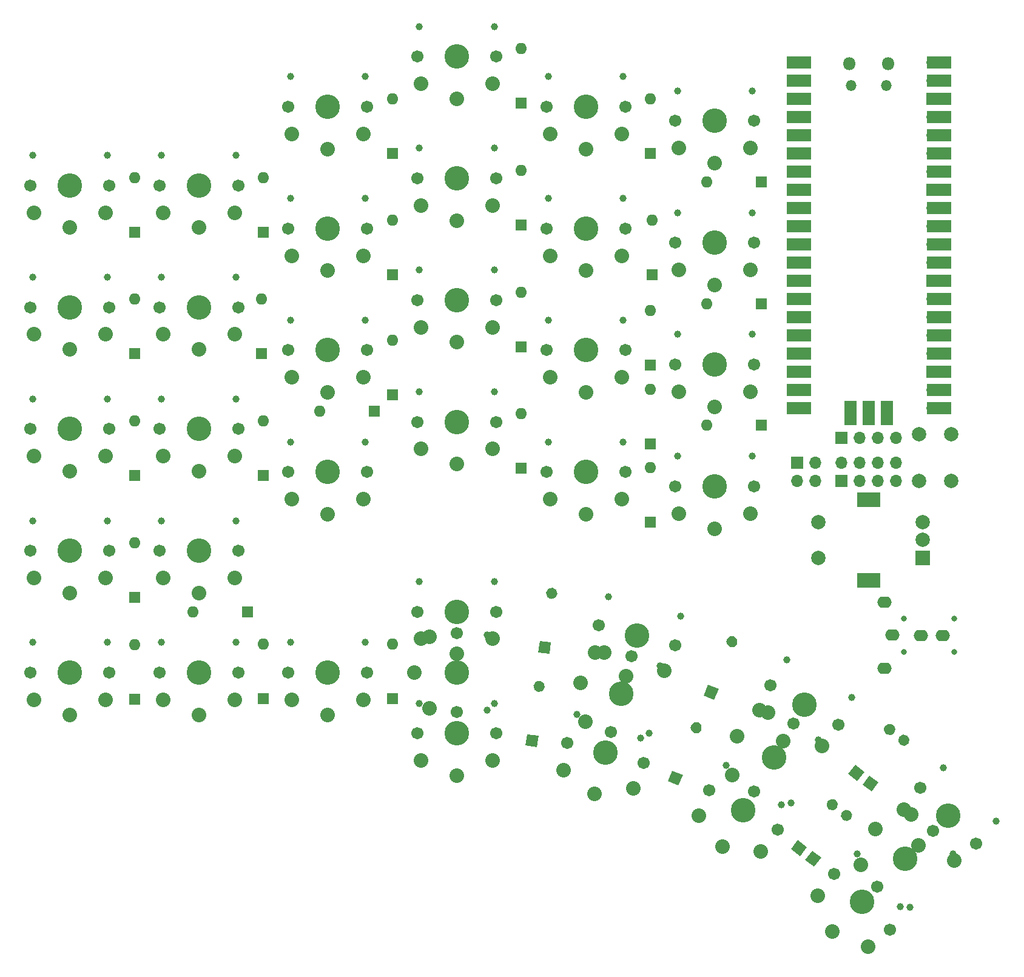
<source format=gts>
G04 #@! TF.GenerationSoftware,KiCad,Pcbnew,5.99.0+really5.1.10+dfsg1-1*
G04 #@! TF.CreationDate,2021-12-23T16:25:37+00:00*
G04 #@! TF.ProjectId,pinanochoc-keyboard,70696e61-6e6f-4636-9f63-2d6b6579626f,rev?*
G04 #@! TF.SameCoordinates,Original*
G04 #@! TF.FileFunction,Soldermask,Top*
G04 #@! TF.FilePolarity,Negative*
%FSLAX46Y46*%
G04 Gerber Fmt 4.6, Leading zero omitted, Abs format (unit mm)*
G04 Created by KiCad (PCBNEW 5.99.0+really5.1.10+dfsg1-1) date 2021-12-23 16:25:37*
%MOMM*%
%LPD*%
G01*
G04 APERTURE LIST*
%ADD10O,1.700000X1.700000*%
%ADD11R,1.700000X1.700000*%
%ADD12R,1.700000X3.500000*%
%ADD13O,1.500000X1.500000*%
%ADD14O,1.800000X1.800000*%
%ADD15R,3.500000X1.700000*%
%ADD16C,2.000000*%
%ADD17R,2.000000X2.000000*%
%ADD18R,3.200000X2.000000*%
%ADD19C,1.701800*%
%ADD20C,0.990600*%
%ADD21C,2.032000*%
%ADD22C,3.429000*%
%ADD23O,2.000000X1.600000*%
%ADD24C,0.800000*%
%ADD25C,0.100000*%
%ADD26O,1.600000X1.600000*%
%ADD27R,1.600000X1.600000*%
G04 APERTURE END LIST*
D10*
X136540000Y-92790000D03*
X134000000Y-92790000D03*
X136540000Y-90250000D03*
D11*
X134000000Y-90250000D03*
D10*
X147820000Y-86750000D03*
X145280000Y-86750000D03*
X142740000Y-86750000D03*
D11*
X140200000Y-86750000D03*
D10*
X146540000Y-82400000D03*
D12*
X146540000Y-83300000D03*
D11*
X144000000Y-82400000D03*
D12*
X144000000Y-83300000D03*
D10*
X141460000Y-82400000D03*
D12*
X141460000Y-83300000D03*
D13*
X146425000Y-37530000D03*
X141575000Y-37530000D03*
D14*
X146725000Y-34500000D03*
X141275000Y-34500000D03*
D15*
X153790000Y-82630000D03*
X153790000Y-80090000D03*
X153790000Y-77550000D03*
X153790000Y-75010000D03*
X153790000Y-72470000D03*
X153790000Y-69930000D03*
X153790000Y-67390000D03*
X153790000Y-64850000D03*
X153790000Y-62310000D03*
X153790000Y-59770000D03*
X153790000Y-57230000D03*
X153790000Y-54690000D03*
X153790000Y-52150000D03*
X153790000Y-49610000D03*
X153790000Y-47070000D03*
X153790000Y-44530000D03*
X153790000Y-41990000D03*
X153790000Y-39450000D03*
X153790000Y-36910000D03*
X153790000Y-34370000D03*
X134210000Y-82630000D03*
X134210000Y-80090000D03*
X134210000Y-77550000D03*
X134210000Y-75010000D03*
X134210000Y-72470000D03*
X134210000Y-69930000D03*
X134210000Y-67390000D03*
X134210000Y-64850000D03*
X134210000Y-62310000D03*
X134210000Y-59770000D03*
X134210000Y-57230000D03*
X134210000Y-54690000D03*
X134210000Y-52150000D03*
X134210000Y-49610000D03*
X134210000Y-47070000D03*
X134210000Y-44530000D03*
X134210000Y-41990000D03*
X134210000Y-39450000D03*
X134210000Y-36910000D03*
X134210000Y-34370000D03*
D10*
X152890000Y-34370000D03*
X152890000Y-36910000D03*
D11*
X152890000Y-39450000D03*
D10*
X152890000Y-41990000D03*
X152890000Y-44530000D03*
X152890000Y-47070000D03*
X152890000Y-49610000D03*
D11*
X152890000Y-52150000D03*
D10*
X152890000Y-54690000D03*
X152890000Y-57230000D03*
X152890000Y-59770000D03*
X152890000Y-62310000D03*
D11*
X152890000Y-64850000D03*
D10*
X152890000Y-67390000D03*
X152890000Y-69930000D03*
X152890000Y-72470000D03*
X152890000Y-75010000D03*
D11*
X152890000Y-77550000D03*
D10*
X152890000Y-80090000D03*
X152890000Y-82630000D03*
X135110000Y-82630000D03*
X135110000Y-80090000D03*
D11*
X135110000Y-77550000D03*
D10*
X135110000Y-75010000D03*
X135110000Y-72470000D03*
X135110000Y-69930000D03*
X135110000Y-67390000D03*
D11*
X135110000Y-64850000D03*
D10*
X135110000Y-62310000D03*
X135110000Y-59770000D03*
X135110000Y-57230000D03*
X135110000Y-54690000D03*
D11*
X135110000Y-52150000D03*
D10*
X135110000Y-49610000D03*
X135110000Y-47070000D03*
X135110000Y-44530000D03*
X135110000Y-41990000D03*
D11*
X135110000Y-39450000D03*
D10*
X135110000Y-36910000D03*
X135110000Y-34370000D03*
D16*
X151000000Y-86250000D03*
X155500000Y-86250000D03*
X151000000Y-92750000D03*
X155500000Y-92750000D03*
D17*
X151500000Y-103500000D03*
D16*
X151500000Y-101000000D03*
X151500000Y-98500000D03*
D18*
X144000000Y-106600000D03*
X144000000Y-95400000D03*
D16*
X137000000Y-103500000D03*
X137000000Y-98500000D03*
D19*
X145200505Y-149399495D03*
D20*
X148368343Y-152171354D03*
D19*
X152978680Y-141621320D03*
D21*
X142867053Y-146358936D03*
X149938120Y-139287868D03*
D20*
X155750538Y-144789159D03*
D21*
X144917662Y-141338478D03*
D22*
X149089592Y-145510408D03*
D19*
X146968272Y-155409903D03*
D20*
X149740131Y-152242064D03*
D19*
X139190097Y-147631728D03*
D21*
X143927713Y-157743355D03*
X136856645Y-150672287D03*
D20*
X142357936Y-144859869D03*
D21*
X138907255Y-155692745D03*
D22*
X143079185Y-151520815D03*
D19*
X151210913Y-135610913D03*
X158989087Y-143389087D03*
D20*
X161760946Y-140221249D03*
D21*
X150928070Y-143671930D03*
X148877460Y-138651472D03*
D22*
X155100000Y-139500000D03*
D21*
X155948528Y-145722540D03*
D20*
X154378751Y-132839054D03*
D19*
X117000000Y-93500000D03*
X128000000Y-93500000D03*
D20*
X127720000Y-89300000D03*
D21*
X122500000Y-99400000D03*
X117500000Y-97300000D03*
D22*
X122500000Y-93500000D03*
D21*
X127500000Y-97300000D03*
D20*
X117280000Y-89300000D03*
D19*
X117000000Y-76500000D03*
X128000000Y-76500000D03*
D20*
X127720000Y-72300000D03*
D21*
X122500000Y-82400000D03*
X117500000Y-80300000D03*
D22*
X122500000Y-76500000D03*
D21*
X127500000Y-80300000D03*
D20*
X117280000Y-72300000D03*
D19*
X117000000Y-59500000D03*
X128000000Y-59500000D03*
D20*
X127720000Y-55300000D03*
D21*
X122500000Y-65400000D03*
X117500000Y-63300000D03*
D22*
X122500000Y-59500000D03*
D21*
X127500000Y-63300000D03*
D20*
X117280000Y-55300000D03*
D19*
X117000000Y-42500000D03*
X128000000Y-42500000D03*
D20*
X127720000Y-38300000D03*
D21*
X122500000Y-48400000D03*
X117500000Y-46300000D03*
D22*
X122500000Y-42500000D03*
D21*
X127500000Y-46300000D03*
D20*
X117280000Y-38300000D03*
D19*
X128000000Y-136124356D03*
D20*
X131777307Y-137981869D03*
D19*
X133500000Y-126598076D03*
D21*
X124959103Y-133791343D03*
X129959103Y-125131089D03*
D20*
X136997307Y-128940563D03*
D21*
X125640450Y-128411216D03*
D22*
X130750000Y-131361216D03*
D19*
X131263140Y-141472432D03*
D20*
X133120653Y-137695125D03*
D19*
X121736860Y-135972432D03*
D21*
X128930127Y-144513328D03*
X120269873Y-139513328D03*
D20*
X124079347Y-132475125D03*
D21*
X123550000Y-143831982D03*
D22*
X126500000Y-138722432D03*
D19*
X130236860Y-121250000D03*
X139763140Y-126750000D03*
D20*
X141620653Y-122972693D03*
D21*
X132050000Y-129109550D03*
X128769873Y-124790897D03*
D22*
X135000000Y-124000000D03*
D21*
X137430127Y-129790897D03*
D20*
X132579347Y-117752693D03*
D19*
X99000000Y-91500000D03*
X110000000Y-91500000D03*
D20*
X109720000Y-87300000D03*
D21*
X104500000Y-97400000D03*
X99500000Y-95300000D03*
D22*
X104500000Y-91500000D03*
D21*
X109500000Y-95300000D03*
D20*
X99280000Y-87300000D03*
D19*
X99000000Y-74500000D03*
X110000000Y-74500000D03*
D20*
X109720000Y-70300000D03*
D21*
X104500000Y-80400000D03*
X99500000Y-78300000D03*
D22*
X104500000Y-74500000D03*
D21*
X109500000Y-78300000D03*
D20*
X99280000Y-70300000D03*
D19*
X99000000Y-57500000D03*
X110000000Y-57500000D03*
D20*
X109720000Y-53300000D03*
D21*
X104500000Y-63400000D03*
X99500000Y-61300000D03*
D22*
X104500000Y-57500000D03*
D21*
X109500000Y-61300000D03*
D20*
X99280000Y-53300000D03*
D19*
X99000000Y-40500000D03*
X110000000Y-40500000D03*
D20*
X109720000Y-36300000D03*
D21*
X104500000Y-46400000D03*
X99500000Y-44300000D03*
D22*
X104500000Y-40500000D03*
D21*
X109500000Y-44300000D03*
D20*
X99280000Y-36300000D03*
D19*
X108026533Y-127822962D03*
D20*
X112155891Y-128639542D03*
D19*
X110873543Y-117197777D03*
D21*
X104485425Y-126356486D03*
X107073615Y-116697228D03*
D20*
X114857962Y-118555277D03*
D21*
X103751076Y-120983337D03*
D22*
X109450038Y-122510370D03*
D19*
X112562668Y-132144244D03*
D20*
X113379249Y-128014886D03*
D19*
X101937484Y-129297234D03*
D21*
X111096193Y-135685352D03*
X101436935Y-133097162D03*
D20*
X103294983Y-125312815D03*
D21*
X105723044Y-136419701D03*
D22*
X107250076Y-130720739D03*
D19*
X106337408Y-112876495D03*
X116962592Y-115723505D03*
D20*
X117779173Y-111594147D03*
D21*
X110122968Y-119998962D03*
X105836858Y-116676423D03*
D22*
X111650000Y-114300000D03*
D21*
X115496117Y-119264613D03*
D20*
X107694907Y-108892076D03*
D19*
X81000000Y-84500000D03*
X92000000Y-84500000D03*
D20*
X91720000Y-80300000D03*
D21*
X86500000Y-90400000D03*
X81500000Y-88300000D03*
D22*
X86500000Y-84500000D03*
D21*
X91500000Y-88300000D03*
D20*
X81280000Y-80300000D03*
D19*
X81000000Y-67500000D03*
X92000000Y-67500000D03*
D20*
X91720000Y-63300000D03*
D21*
X86500000Y-73400000D03*
X81500000Y-71300000D03*
D22*
X86500000Y-67500000D03*
D21*
X91500000Y-71300000D03*
D20*
X81280000Y-63300000D03*
D19*
X81000000Y-50500000D03*
X92000000Y-50500000D03*
D20*
X91720000Y-46300000D03*
D21*
X86500000Y-56400000D03*
X81500000Y-54300000D03*
D22*
X86500000Y-50500000D03*
D21*
X91500000Y-54300000D03*
D20*
X81280000Y-46300000D03*
D19*
X81000000Y-33500000D03*
X92000000Y-33500000D03*
D20*
X91720000Y-29300000D03*
D21*
X86500000Y-39400000D03*
X81500000Y-37300000D03*
D22*
X86500000Y-33500000D03*
D21*
X91500000Y-37300000D03*
D20*
X81280000Y-29300000D03*
D19*
X86500000Y-125000000D03*
D20*
X90700000Y-124720000D03*
D19*
X86500000Y-114000000D03*
D21*
X82700000Y-124500000D03*
X82700000Y-114500000D03*
D20*
X90700000Y-114280000D03*
D21*
X80600000Y-119500000D03*
D22*
X86500000Y-119500000D03*
D19*
X92000000Y-128000000D03*
D20*
X91720000Y-123800000D03*
D19*
X81000000Y-128000000D03*
D21*
X91500000Y-131800000D03*
X81500000Y-131800000D03*
D20*
X81280000Y-123800000D03*
D21*
X86500000Y-133900000D03*
D22*
X86500000Y-128000000D03*
D19*
X81000000Y-111000000D03*
X92000000Y-111000000D03*
D20*
X91720000Y-106800000D03*
D21*
X86500000Y-116900000D03*
X81500000Y-114800000D03*
D22*
X86500000Y-111000000D03*
D21*
X91500000Y-114800000D03*
D20*
X81280000Y-106800000D03*
D19*
X63000000Y-91500000D03*
X74000000Y-91500000D03*
D20*
X73720000Y-87300000D03*
D21*
X68500000Y-97400000D03*
X63500000Y-95300000D03*
D22*
X68500000Y-91500000D03*
D21*
X73500000Y-95300000D03*
D20*
X63280000Y-87300000D03*
D19*
X63000000Y-74500000D03*
X74000000Y-74500000D03*
D20*
X73720000Y-70300000D03*
D21*
X68500000Y-80400000D03*
X63500000Y-78300000D03*
D22*
X68500000Y-74500000D03*
D21*
X73500000Y-78300000D03*
D20*
X63280000Y-70300000D03*
D19*
X63000000Y-57500000D03*
X74000000Y-57500000D03*
D20*
X73720000Y-53300000D03*
D21*
X68500000Y-63400000D03*
X63500000Y-61300000D03*
D22*
X68500000Y-57500000D03*
D21*
X73500000Y-61300000D03*
D20*
X63280000Y-53300000D03*
D19*
X63000000Y-40500000D03*
X74000000Y-40500000D03*
D20*
X73720000Y-36300000D03*
D21*
X68500000Y-46400000D03*
X63500000Y-44300000D03*
D22*
X68500000Y-40500000D03*
D21*
X73500000Y-44300000D03*
D20*
X63280000Y-36300000D03*
D19*
X63000000Y-119500000D03*
X74000000Y-119500000D03*
D20*
X73720000Y-115300000D03*
D21*
X68500000Y-125400000D03*
X63500000Y-123300000D03*
D22*
X68500000Y-119500000D03*
D21*
X73500000Y-123300000D03*
D20*
X63280000Y-115300000D03*
D19*
X45000000Y-119500000D03*
X56000000Y-119500000D03*
D20*
X55720000Y-115300000D03*
D21*
X50500000Y-125400000D03*
X45500000Y-123300000D03*
D22*
X50500000Y-119500000D03*
D21*
X55500000Y-123300000D03*
D20*
X45280000Y-115300000D03*
D19*
X45000000Y-102500000D03*
X56000000Y-102500000D03*
D20*
X55720000Y-98300000D03*
D21*
X50500000Y-108400000D03*
X45500000Y-106300000D03*
D22*
X50500000Y-102500000D03*
D21*
X55500000Y-106300000D03*
D20*
X45280000Y-98300000D03*
D19*
X45000000Y-85500000D03*
X56000000Y-85500000D03*
D20*
X55720000Y-81300000D03*
D21*
X50500000Y-91400000D03*
X45500000Y-89300000D03*
D22*
X50500000Y-85500000D03*
D21*
X55500000Y-89300000D03*
D20*
X45280000Y-81300000D03*
D19*
X45000000Y-68500000D03*
X56000000Y-68500000D03*
D20*
X55720000Y-64300000D03*
D21*
X50500000Y-74400000D03*
X45500000Y-72300000D03*
D22*
X50500000Y-68500000D03*
D21*
X55500000Y-72300000D03*
D20*
X45280000Y-64300000D03*
D19*
X45000000Y-51500000D03*
X56000000Y-51500000D03*
D20*
X55720000Y-47300000D03*
D21*
X50500000Y-57400000D03*
X45500000Y-55300000D03*
D22*
X50500000Y-51500000D03*
D21*
X55500000Y-55300000D03*
D20*
X45280000Y-47300000D03*
D19*
X27000000Y-119500000D03*
X38000000Y-119500000D03*
D20*
X37720000Y-115300000D03*
D21*
X32500000Y-125400000D03*
X27500000Y-123300000D03*
D22*
X32500000Y-119500000D03*
D21*
X37500000Y-123300000D03*
D20*
X27280000Y-115300000D03*
D19*
X27000000Y-102500000D03*
X38000000Y-102500000D03*
D20*
X37720000Y-98300000D03*
D21*
X32500000Y-108400000D03*
X27500000Y-106300000D03*
D22*
X32500000Y-102500000D03*
D21*
X37500000Y-106300000D03*
D20*
X27280000Y-98300000D03*
D19*
X27000000Y-85500000D03*
X38000000Y-85500000D03*
D20*
X37720000Y-81300000D03*
D21*
X32500000Y-91400000D03*
X27500000Y-89300000D03*
D22*
X32500000Y-85500000D03*
D21*
X37500000Y-89300000D03*
D20*
X27280000Y-81300000D03*
D19*
X27000000Y-68500000D03*
X38000000Y-68500000D03*
D20*
X37720000Y-64300000D03*
D21*
X32500000Y-74400000D03*
X27500000Y-72300000D03*
D22*
X32500000Y-68500000D03*
D21*
X37500000Y-72300000D03*
D20*
X27280000Y-64300000D03*
D19*
X27000000Y-51500000D03*
X38000000Y-51500000D03*
D20*
X37720000Y-47300000D03*
D21*
X32500000Y-57400000D03*
X27500000Y-55300000D03*
D22*
X32500000Y-51500000D03*
D21*
X37500000Y-55300000D03*
D20*
X27280000Y-47300000D03*
D10*
X147780000Y-90210000D03*
X147780000Y-92750000D03*
X145240000Y-90210000D03*
X145240000Y-92750000D03*
X142700000Y-90210000D03*
X142700000Y-92750000D03*
X140160000Y-90210000D03*
D11*
X140160000Y-92750000D03*
D23*
X147304000Y-114290500D03*
X146204000Y-118890500D03*
D24*
X148904000Y-116590500D03*
X155904000Y-116590500D03*
D23*
X151300000Y-114300000D03*
D24*
X155900000Y-112000000D03*
X148900000Y-112000000D03*
D23*
X154300000Y-114300000D03*
X146200000Y-109700000D03*
G36*
G01*
X140401753Y-140089331D02*
X140401753Y-140089331D01*
G75*
G02*
X140254079Y-138967639I487009J634683D01*
G01*
X140254079Y-138967639D01*
G75*
G02*
X141375771Y-138819965I634683J-487009D01*
G01*
X141375771Y-138819965D01*
G75*
G02*
X141523445Y-139941657I-487009J-634683D01*
G01*
X141523445Y-139941657D01*
G75*
G02*
X140401753Y-140089331I-634683J487009D01*
G01*
G37*
D25*
G36*
X136397674Y-146621692D02*
G01*
X135128308Y-145647674D01*
X136102326Y-144378308D01*
X137371692Y-145352326D01*
X136397674Y-146621692D01*
G37*
G36*
G01*
X148401753Y-129589331D02*
X148401753Y-129589331D01*
G75*
G02*
X148254079Y-128467639I487009J634683D01*
G01*
X148254079Y-128467639D01*
G75*
G02*
X149375771Y-128319965I634683J-487009D01*
G01*
X149375771Y-128319965D01*
G75*
G02*
X149523445Y-129441657I-487009J-634683D01*
G01*
X149523445Y-129441657D01*
G75*
G02*
X148401753Y-129589331I-634683J487009D01*
G01*
G37*
G36*
X144397674Y-136121692D02*
G01*
X143128308Y-135147674D01*
X144102326Y-133878308D01*
X145371692Y-134852326D01*
X144397674Y-136121692D01*
G37*
D26*
X113500000Y-90880000D03*
D27*
X113500000Y-98500000D03*
D26*
X121380000Y-85000000D03*
D27*
X129000000Y-85000000D03*
D26*
X121380000Y-68000000D03*
D27*
X129000000Y-68000000D03*
D26*
X121380000Y-51000000D03*
D27*
X129000000Y-51000000D03*
G36*
G01*
X138401753Y-138589331D02*
X138401753Y-138589331D01*
G75*
G02*
X138254079Y-137467639I487009J634683D01*
G01*
X138254079Y-137467639D01*
G75*
G02*
X139375771Y-137319965I634683J-487009D01*
G01*
X139375771Y-137319965D01*
G75*
G02*
X139523445Y-138441657I-487009J-634683D01*
G01*
X139523445Y-138441657D01*
G75*
G02*
X138401753Y-138589331I-634683J487009D01*
G01*
G37*
D25*
G36*
X134397674Y-145121692D02*
G01*
X133128308Y-144147674D01*
X134102326Y-142878308D01*
X135371692Y-143852326D01*
X134397674Y-145121692D01*
G37*
G36*
G01*
X146401753Y-128089331D02*
X146401753Y-128089331D01*
G75*
G02*
X146254079Y-126967639I487009J634683D01*
G01*
X146254079Y-126967639D01*
G75*
G02*
X147375771Y-126819965I634683J-487009D01*
G01*
X147375771Y-126819965D01*
G75*
G02*
X147523445Y-127941657I-487009J-634683D01*
G01*
X147523445Y-127941657D01*
G75*
G02*
X146401753Y-128089331I-634683J487009D01*
G01*
G37*
G36*
X142397674Y-134621692D02*
G01*
X141128308Y-133647674D01*
X142102326Y-132378308D01*
X143371692Y-133352326D01*
X142397674Y-134621692D01*
G37*
D26*
X113500000Y-80000000D03*
D27*
X113500000Y-87620000D03*
D26*
X113500000Y-69000000D03*
D27*
X113500000Y-76620000D03*
D26*
X113750000Y-56380000D03*
D27*
X113750000Y-64000000D03*
D26*
X113500000Y-39380000D03*
D27*
X113500000Y-47000000D03*
G36*
G01*
X119609901Y-127949142D02*
X119609901Y-127949142D01*
G75*
G02*
X119176944Y-126903891I306147J739104D01*
G01*
X119176944Y-126903891D01*
G75*
G02*
X120222195Y-126470934I739104J-306147D01*
G01*
X120222195Y-126470934D01*
G75*
G02*
X120655152Y-127516185I-306147J-739104D01*
G01*
X120655152Y-127516185D01*
G75*
G02*
X119609901Y-127949142I-739104J306147D01*
G01*
G37*
D25*
G36*
X117432957Y-135295250D02*
G01*
X115954750Y-134682957D01*
X116567043Y-133204750D01*
X118045250Y-133817043D01*
X117432957Y-135295250D01*
G37*
G36*
G01*
X124609901Y-115949142D02*
X124609901Y-115949142D01*
G75*
G02*
X124176944Y-114903891I306147J739104D01*
G01*
X124176944Y-114903891D01*
G75*
G02*
X125222195Y-114470934I739104J-306147D01*
G01*
X125222195Y-114470934D01*
G75*
G02*
X125655152Y-115516185I-306147J-739104D01*
G01*
X125655152Y-115516185D01*
G75*
G02*
X124609901Y-115949142I-739104J306147D01*
G01*
G37*
G36*
X122432957Y-123295250D02*
G01*
X120954750Y-122682957D01*
X121567043Y-121204750D01*
X123045250Y-121817043D01*
X122432957Y-123295250D01*
G37*
D26*
X95500000Y-83380000D03*
D27*
X95500000Y-91000000D03*
D26*
X95500000Y-66380000D03*
D27*
X95500000Y-74000000D03*
D26*
X95500000Y-49380000D03*
D27*
X95500000Y-57000000D03*
D26*
X95500000Y-32380000D03*
D27*
X95500000Y-40000000D03*
G36*
G01*
X97890189Y-122238346D02*
X97890189Y-122238346D01*
G75*
G02*
X97201454Y-121340769I104421J793156D01*
G01*
X97201454Y-121340769D01*
G75*
G02*
X98099031Y-120652034I793156J-104421D01*
G01*
X98099031Y-120652034D01*
G75*
G02*
X98787766Y-121549611I-104421J-793156D01*
G01*
X98787766Y-121549611D01*
G75*
G02*
X97890189Y-122238346I-793156J104421D01*
G01*
G37*
D25*
G36*
X97688735Y-129897577D02*
G01*
X96102423Y-129688735D01*
X96311265Y-128102423D01*
X97897577Y-128311265D01*
X97688735Y-129897577D01*
G37*
G36*
G01*
X99640189Y-109238346D02*
X99640189Y-109238346D01*
G75*
G02*
X98951454Y-108340769I104421J793156D01*
G01*
X98951454Y-108340769D01*
G75*
G02*
X99849031Y-107652034I793156J-104421D01*
G01*
X99849031Y-107652034D01*
G75*
G02*
X100537766Y-108549611I-104421J-793156D01*
G01*
X100537766Y-108549611D01*
G75*
G02*
X99640189Y-109238346I-793156J104421D01*
G01*
G37*
G36*
X99438735Y-116897577D02*
G01*
X97852423Y-116688735D01*
X98061265Y-115102423D01*
X99647577Y-115311265D01*
X99438735Y-116897577D01*
G37*
D26*
X67380000Y-83000000D03*
D27*
X75000000Y-83000000D03*
D26*
X77500000Y-73130000D03*
D27*
X77500000Y-80750000D03*
D26*
X77500000Y-56380000D03*
D27*
X77500000Y-64000000D03*
D26*
X77500000Y-39380000D03*
D27*
X77500000Y-47000000D03*
D26*
X77500000Y-115500000D03*
D27*
X77500000Y-123120000D03*
D26*
X59500000Y-115500000D03*
D27*
X59500000Y-123120000D03*
D26*
X49630000Y-111000000D03*
D27*
X57250000Y-111000000D03*
D26*
X59500000Y-84380000D03*
D27*
X59500000Y-92000000D03*
D26*
X59250000Y-67380000D03*
D27*
X59250000Y-75000000D03*
D26*
X59500000Y-50380000D03*
D27*
X59500000Y-58000000D03*
D26*
X41500000Y-115630000D03*
D27*
X41500000Y-123250000D03*
D26*
X41500000Y-101380000D03*
D27*
X41500000Y-109000000D03*
D26*
X41500000Y-84380000D03*
D27*
X41500000Y-92000000D03*
D26*
X41500000Y-67380000D03*
D27*
X41500000Y-75000000D03*
D26*
X41500000Y-50380000D03*
D27*
X41500000Y-58000000D03*
M02*

</source>
